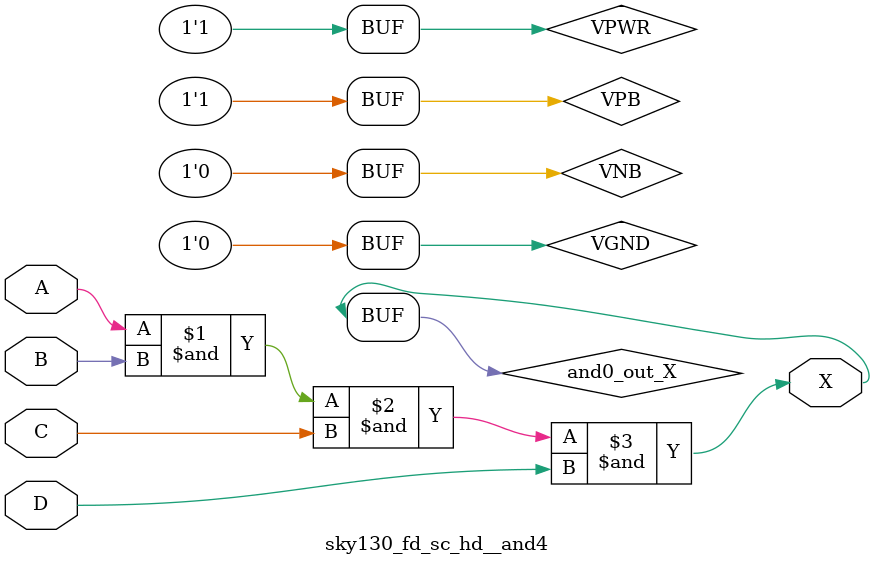
<source format=v>
/*
 * Copyright 2020 The SkyWater PDK Authors
 *
 * Licensed under the Apache License, Version 2.0 (the "License");
 * you may not use this file except in compliance with the License.
 * You may obtain a copy of the License at
 *
 *     https://www.apache.org/licenses/LICENSE-2.0
 *
 * Unless required by applicable law or agreed to in writing, software
 * distributed under the License is distributed on an "AS IS" BASIS,
 * WITHOUT WARRANTIES OR CONDITIONS OF ANY KIND, either express or implied.
 * See the License for the specific language governing permissions and
 * limitations under the License.
 *
 * SPDX-License-Identifier: Apache-2.0
*/


`ifndef SKY130_FD_SC_HD__AND4_BEHAVIORAL_V
`define SKY130_FD_SC_HD__AND4_BEHAVIORAL_V

/**
 * and4: 4-input AND.
 *
 * Verilog simulation functional model.
 */

`timescale 1ns / 1ps
`default_nettype none

`celldefine
module sky130_fd_sc_hd__and4 (
    X,
    A,
    B,
    C,
    D
);

    // Module ports
    output X;
    input  A;
    input  B;
    input  C;
    input  D;

    // Module supplies
    supply1 VPWR;
    supply0 VGND;
    supply1 VPB ;
    supply0 VNB ;

    // Local signals
    wire and0_out_X;

    //  Name  Output      Other arguments
    and and0 (and0_out_X, A, B, C, D     );
    buf buf0 (X         , and0_out_X     );

endmodule
`endcelldefine

`default_nettype wire
`endif  // SKY130_FD_SC_HD__AND4_BEHAVIORAL_V
</source>
